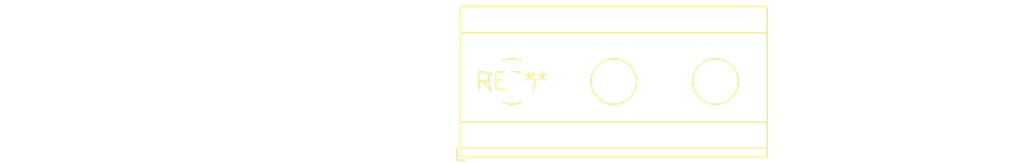
<source format=kicad_pcb>
(kicad_pcb (version 20240108) (generator pcbnew)
  (layers (0 "F.Cu" signal) (31 "B.Cu" signal) (34 "B.Paste" user) (35 "F.Paste" user) (36 "B.SilkS" user "B.Silkscreen") (37 "F.SilkS" user "F.Silkscreen") (38 "B.Mask" user) (39 "F.Mask" user) (44 "Edge.Cuts" user))
  (net 0 "")
  (footprint "TerminalBlock_MetzConnect_Type175_RT02703HBLC_1x03_P7.50mm_Horizontal" (layer "F.Cu") (at 0 0)
    (property "Reference" "REF**")
    (property "Value" "TerminalBlock_MetzConnect_Type175_RT02703HBLC_1x03_P7.50mm_Horizontal")
    (fp_line (start -4.05 4.96) (end -4.05 5.8) (layer "F.SilkS") (stroke (width 0.12)))
    (fp_line (start -4.05 5.8) (end -3.45 5.8) (layer "F.SilkS") (stroke (width 0.12)))
    (fp_line (start -3.81 -5.56) (end -3.81 5.56) (layer "F.SilkS") (stroke (width 0.12)))
    (fp_line (start -3.81 -5.56) (end 18.811 -5.56) (layer "F.SilkS") (stroke (width 0.12)))
    (fp_line (start -3.81 -3.6) (end 18.811 -3.6) (layer "F.SilkS") (stroke (width 0.12)))
    (fp_line (start -3.81 3) (end 18.811 3) (layer "F.SilkS") (stroke (width 0.12)))
    (fp_line (start -3.81 4.9) (end 18.811 4.9) (layer "F.SilkS") (stroke (width 0.12)))
    (fp_line (start -3.81 5.56) (end 18.811 5.56) (layer "F.SilkS") (stroke (width 0.12)))
    (fp_line (start 6.273 1.023) (end 6.226 1.069) (layer "F.SilkS") (stroke (width 0.12)))
    (fp_line (start 6.466 1.239) (end 6.431 1.274) (layer "F.SilkS") (stroke (width 0.12)))
    (fp_line (start 8.57 -1.275) (end 8.535 -1.239) (layer "F.SilkS") (stroke (width 0.12)))
    (fp_line (start 8.775 -1.069) (end 8.728 -1.023) (layer "F.SilkS") (stroke (width 0.12)))
    (fp_line (start 13.773 1.023) (end 13.726 1.069) (layer "F.SilkS") (stroke (width 0.12)))
    (fp_line (start 13.966 1.239) (end 13.931 1.274) (layer "F.SilkS") (stroke (width 0.12)))
    (fp_line (start 16.07 -1.275) (end 16.035 -1.239) (layer "F.SilkS") (stroke (width 0.12)))
    (fp_line (start 16.275 -1.069) (end 16.228 -1.023) (layer "F.SilkS") (stroke (width 0.12)))
    (fp_line (start 18.811 -5.56) (end 18.811 5.56) (layer "F.SilkS") (stroke (width 0.12)))
    (fp_arc (start -1.535427 0.683042) (mid -1.680501 -0.000524) (end -1.535 -0.684) (layer "F.SilkS") (stroke (width 0.12)))
    (fp_arc (start -0.683042 -1.535427) (mid 0.000524 -1.680501) (end 0.684 -1.535) (layer "F.SilkS") (stroke (width 0.12)))
    (fp_arc (start 0.028805 1.680253) (mid -0.335551 1.646659) (end -0.684 1.535) (layer "F.SilkS") (stroke (width 0.12)))
    (fp_arc (start 0.683318 1.534756) (mid 0.349292 1.643288) (end 0 1.68) (layer "F.SilkS") (stroke (width 0.12)))
    (fp_arc (start 1.535427 -0.683042) (mid 1.680501 0.000524) (end 1.535 0.684) (layer "F.SilkS") (stroke (width 0.12)))
    (fp_circle (center 7.5 0) (end 9.18 0) (layer "F.SilkS") (stroke (width 0.12)) (fill none))
    (fp_circle (center 15 0) (end 16.68 0) (layer "F.SilkS") (stroke (width 0.12)) (fill none))
    (pad "1" thru_hole rect (at 0 0) (size 2.6 2.6) (drill 1.4) (layers *.Cu *.Mask) (remove_unused_layers))
    (pad "2" thru_hole circle (at 7.5 0) (size 2.6 2.6) (drill 1.4) (layers *.Cu *.Mask) (remove_unused_layers))
    (pad "3" thru_hole circle (at 15 0) (size 2.6 2.6) (drill 1.4) (layers *.Cu *.Mask) (remove_unused_layers))
  )
)
</source>
